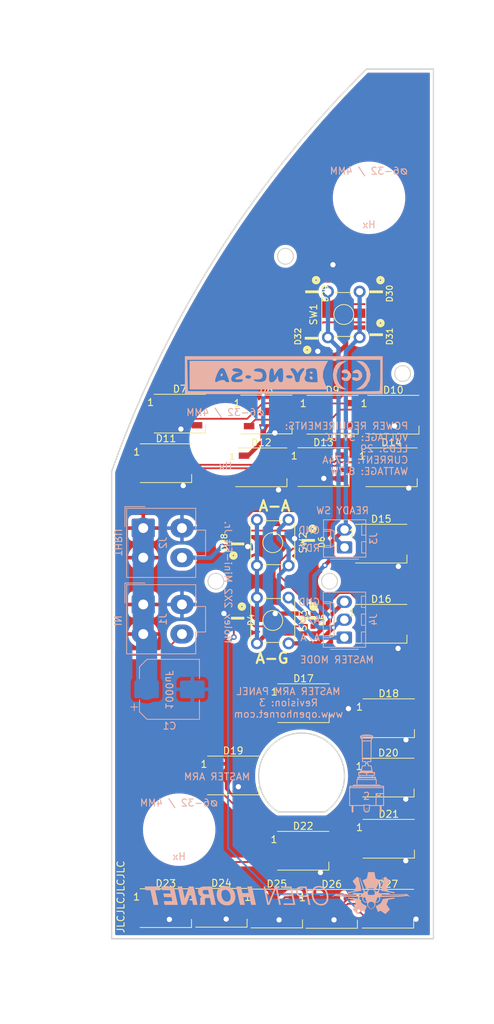
<source format=kicad_pcb>
(kicad_pcb (version 20211014) (generator pcbnew)
  (title_block (title "MASTER ARM PANEL") (date "2023-02-10") (rev "3"))
  (layers (0 "F.Cu" mixed) (31 "B.Cu" power) (34 "B.Paste" user) (35 "F.Paste" user) (36 "B.SilkS" user "B.Silkscreen") (37 "F.SilkS" user "F.Silkscreen") (38 "B.Mask" user) (39 "F.Mask" user) (44 "Edge.Cuts" user))
  (net 0 "")
  (net 1 "Net-(D7-Pad2)")
  (net 2 "Net-(D8-Pad2)")
  (net 3 "Net-(D10-Pad4)")
  (net 4 "Net-(D10-Pad2)")
  (net 5 "Net-(D11-Pad2)")
  (net 6 "Net-(D12-Pad2)")
  (net 7 "Net-(D13-Pad2)")
  (net 8 "Net-(D14-Pad2)")
  (net 9 "Net-(D15-Pad2)")
  (net 10 "Net-(D16-Pad2)")
  (net 11 "Net-(D17-Pad2)")
  (net 12 "Net-(D18-Pad2)")
  (net 13 "Net-(D19-Pad2)")
  (net 14 "Net-(D20-Pad2)")
  (net 15 "Net-(D21-Pad2)")
  (net 16 "Net-(D22-Pad2)")
  (net 17 "Net-(D23-Pad2)")
  (net 18 "Net-(D24-Pad2)")
  (net 19 "Net-(D25-Pad2)")
  (net 20 "Net-(D26-Pad2)")
  (net 21 "/DATAOUT")
  (net 22 "/DATAIN")
  (net 23 "/LEDGND")
  (net 24 "/LED+5V")
  (net 25 "Net-(D27-Pad2)")
  (net 26 "GND")
  (net 27 "/READY_SW")
  (net 28 "/AA_SW")
  (net 29 "/AG_SW")
  (net 30 "Net-(D4-Pad1)")
  (net 31 "Net-(D5-Pad1)")
  (net 32 "Net-(D28-Pad3)")
  (net 33 "Net-(D32-Pad1)")
  (net 34 "Net-(D29-Pad1)")
  (net 35 "Net-(D30-Pad1)")
  (net 36 "Net-(D31-Pad1)")
  (footprint "OH_Footprints:LED_WS2812B_PLCC4_5.0x5.0mm_P3.2mm" (layer "F.Cu") (at 207.992 77.9947)
    (fp_text reference "D7")
    (fp_text value "WS2812B")
  )
  (footprint "OH_Footprints:LED_WS2812B_PLCC4_5.0x5.0mm_P3.2mm" (layer "F.Cu") (at 220.286 78.1215)
    (fp_text reference "D8")
    (fp_text value "WS2812B")
  )
  (footprint "OH_Footprints:LED_WS2812B_PLCC4_5.0x5.0mm_P3.2mm" (layer "F.Cu") (at 229.684 78.1471)
    (fp_text reference "D9")
    (fp_text value "WS2812B")
  )
  (footprint "OH_Footprints:LED_WS2812B_PLCC4_5.0x5.0mm_P3.2mm" (layer "F.Cu") (at 238.32 78.1471)
    (fp_text reference "D10")
    (fp_text value "WS2812B")
  )
  (footprint "OH_Footprints:LED_WS2812B_PLCC4_5.0x5.0mm_P3.2mm" (layer "F.Cu") (at 206.023 85.0303)
    (fp_text reference "D11")
    (fp_text value "WS2812B")
  )
  (footprint "OH_Footprints:LED_WS2812B_PLCC4_5.0x5.0mm_P3.2mm" (layer "F.Cu") (at 219.563 85.6147)
    (fp_text reference "D12")
    (fp_text value "WS2812B")
  )
  (footprint "OH_Footprints:LED_WS2812B_PLCC4_5.0x5.0mm_P3.2mm" (layer "F.Cu") (at 228.402 85.5891)
    (fp_text reference "D13")
    (fp_text value "WS2812B")
  )
  (footprint "OH_Footprints:LED_WS2812B_PLCC4_5.0x5.0mm_P3.2mm" (layer "F.Cu") (at 238.066 85.6147)
    (fp_text reference "D14")
    (fp_text value "WS2812B")
  )
  (footprint "OH_Footprints:LED_WS2812B_PLCC4_5.0x5.0mm_P3.2mm" (layer "F.Cu") (at 236.604 96.4603)
    (fp_text reference "D15")
    (fp_text value "WS2812B")
  )
  (footprint "OH_Footprints:LED_WS2812B_PLCC4_5.0x5.0mm_P3.2mm" (layer "F.Cu") (at 236.604 107.839)
    (fp_text reference "D16")
    (fp_text value "WS2812B")
  )
  (footprint "OH_Footprints:LED_WS2812B_PLCC4_5.0x5.0mm_P3.2mm" (layer "F.Cu") (at 225.558 119.117)
    (fp_text reference "D17")
    (fp_text value "WS2812B")
  )
  (footprint "OH_Footprints:LED_WS2812B_PLCC4_5.0x5.0mm_P3.2mm" (layer "F.Cu") (at 237.671 121.251)
    (fp_text reference "D18")
    (fp_text value "WS2812B")
  )
  (footprint "OH_Footprints:LED_WS2812B_PLCC4_5.0x5.0mm_P3.2mm" (layer "F.Cu") (at 215.573 129.379)
    (fp_text reference "D19")
    (fp_text value "WS2812B")
  )
  (footprint "OH_Footprints:LED_WS2812B_PLCC4_5.0x5.0mm_P3.2mm" (layer "F.Cu") (at 237.62 129.683)
    (fp_text reference "D20")
    (fp_text value "WS2812B")
  )
  (footprint "OH_Footprints:LED_WS2812B_PLCC4_5.0x5.0mm_P3.2mm" (layer "F.Cu") (at 237.671 138.37)
    (fp_text reference "D21")
    (fp_text value "WS2812B")
  )
  (footprint "OH_Footprints:LED_WS2812B_PLCC4_5.0x5.0mm_P3.2mm" (layer "F.Cu") (at 225.518 140.072)
    (fp_text reference "D22")
    (fp_text value "WS2812B")
  )
  (footprint "OH_Footprints:LED_WS2812B_PLCC4_5.0x5.0mm_P3.2mm" (layer "F.Cu") (at 206 148.225)
    (fp_text reference "D23")
    (fp_text value "WS2812B")
  )
  (footprint "OH_Footprints:LED_WS2812B_PLCC4_5.0x5.0mm_P3.2mm" (layer "F.Cu") (at 213.897 148.175)
    (fp_text reference "D24")
    (fp_text value "WS2812B")
  )
  (footprint "OH_Footprints:LED_WS2812B_PLCC4_5.0x5.0mm_P3.2mm" (layer "F.Cu") (at 221.771 148.276)
    (fp_text reference "D25")
    (fp_text value "WS2812B")
  )
  (footprint "OH_Footprints:LED_WS2812B_PLCC4_5.0x5.0mm_P3.2mm" (layer "F.Cu") (at 229.571 148.327)
    (fp_text reference "D26")
    (fp_text value "WS2812B")
  )
  (footprint "OH_Footprints:LED_WS2812B_PLCC4_5.0x5.0mm_P3.2mm" (layer "F.Cu") (at 237.558 148.302)
    (fp_text reference "D27")
    (fp_text value "WS2812B")
  )
  (footprint "OH_Footprints:WS2812-2020" (layer "F.Cu") (at 216.20938 107.29358 90)
    (fp_text reference "D4")
    (fp_text value "WS2812B-2020" hide)
  )
  (footprint "OH_Footprints:WS2812-2020" (layer "F.Cu") (at 226.24238 96.24458 90)
    (fp_text reference "D6")
    (fp_text value "WS2812B-2020" hide)
  )
  (footprint "OH_Footprints:WS2812-2020" (layer "F.Cu") (at 216.20938 96.24458 -90)
    (fp_text reference "D28")
    (fp_text value "WS2812B-2020" hide)
  )
  (footprint "OH_Footprints:WS2812-2020" (layer "F.Cu") (at 226.75038 60.93858 90)
    (fp_text reference "D29")
    (fp_text value "WS2812B-2020" hide)
  )
  (footprint "OH_Footprints:WS2812-2020" (layer "F.Cu") (at 235.89438 60.93858 90)
    (fp_text reference "D30")
    (fp_text value "WS2812B-2020" hide)
  )
  (footprint "OH_Footprints:WS2812-2020" (layer "F.Cu") (at 235.89438 67.03458 90)
    (fp_text reference "D31")
    (fp_text value "WS2812B-2020" hide)
  )
  (footprint "OH_Footprints:WS2812-2020" (layer "F.Cu") (at 226.68688 67.03458 -90)
    (fp_text reference "D32")
    (fp_text value "WS2812B-2020" hide)
  )
  (footprint "OH_Footprints:WS2812-2020" (layer "F.Cu") (at 226.36938 107.29358 90)
    (fp_text reference "D5")
    (fp_text value "WS2812B-2020" hide)
  )
  (footprint "OH_Footprints:S2AL_Toggle_Silkscreen" (layer "F.Cu") (at 234.39488 129.23958)
    (fp_text reference "LOGO3" hide)
    (fp_text value "OH_S2AL_Silkscreen" hide)
  )
  (footprint "OH_Footprints:OH_Panel_6-32_PHS" (layer "F.Cu") (at 234.87488 47.33958)
    (fp_text reference "H1" hide)
    (fp_text value "OHPanelScrew" hide)
  )
  (footprint "OH_Footprints:OH_Panel_6-32_PHS" (layer "F.Cu") (at 214.49488 81.62958)
    (fp_text reference "H2" hide)
    (fp_text value "OHPanelScrew" hide)
  )
  (footprint "OH_Footprints:OH_Panel_6-32_PHS" (layer "F.Cu") (at 207.90488 137.07958)
    (fp_text reference "H3" hide)
    (fp_text value "OHPanelScrew" hide)
  )
  (footprint "Button_Switch_THT:SW_TH_Tactile_Omron_B3F-10xx" (layer "F.Cu") (at 229.03638 67.16158 90)
    (fp_text reference "SW1")
    (fp_text value "READY")
  )
  (footprint "Button_Switch_THT:SW_TH_Tactile_Omron_B3F-10xx" (layer "F.Cu") (at 223.44838 93.06958 -90)
    (fp_text reference "SW2")
    (fp_text value "A/A")
  )
  (footprint "Button_Switch_THT:SW_TH_Tactile_Omron_B3F-10xx" (layer "F.Cu") (at 223.44838 104.11858 -90)
    (fp_text reference "SW3")
    (fp_text value "A/G")
  )
  (footprint "OH_Footprints:CP_Elec_8x10" (layer "B.Cu") (at 206.52048 117.147)
    (fp_text reference "C1")
    (fp_text value "C_Polarized")
  )
  (footprint "OH_Footprints:Molex_Mini-Fit_Jr_5566-04A_2x02_P4.20mm_Vertical" (layer "B.Cu") (at 202.796 105.097 -90)
    (fp_text reference "J1")
    (fp_text value "BL IN")
  )
  (footprint "OH_Footprints:Molex_Mini-Fit_Jr_5566-04A_2x02_P4.20mm_Vertical" (layer "B.Cu") (at 202.796 94.2475 -90)
    (fp_text reference "J2")
    (fp_text value "BL OUT")
  )
  (footprint "OH_Footprints:Molex_KK-254_AE-6410-02A_1x02_P2.54mm_Vertical" (layer "B.Cu") (at 231.39488 96.98958 90)
    (fp_text reference "J3")
    (fp_text value "READY")
  )
  (footprint "OH_Footprints:Molex_KK-254_AE-6410-03A_1x03_P2.54mm_Vertical" (layer "B.Cu") (at 231.36048 109.79548 90)
    (fp_text reference "J4")
    (fp_text value "MASTER MODE")
  )
  (footprint "OH_Footprints:OH_LOGO_37.7mm_5.9mm" (layer "B.Cu") (at 221.85488 146.07958 180)
    (fp_text reference "LOGO2" hide)
    (fp_text value "OpenHornetLogoSmall" hide)
  )
  (footprint "OH_Footprints:CC-BY-NC-SA-Small" (layer "B.Cu") (at 222.84488 72.52958 180)
    (fp_text reference "LOGO1" hide)
    (fp_text value "CC-BY-NC-SA_Icon" hide)
  )
  (gr_circle (center 229.25648 101.79748) (end 230.38148 101.79748) (layer "Edge.Cuts") (width 0.15) (fill none))
  (gr_line (start 198.30238 86.21158) (end 198.30238 152.56908) (layer "Edge.Cuts") (width 0.2))
  (gr_arc (start 221.958798 134.56048) (mid 225.28988 123.35908) (end 228.620962 134.56048) (layer "Edge.Cuts") (width 0.2))
  (gr_line (start 244.02238 29.06158) (end 234.49738 29.06158) (layer "Edge.Cuts") (width 0.2))
  (gr_arc (start 198.302381 86.21158) (mid 213.188857 55.602932) (end 234.49738 29.061581) (layer "Edge.Cuts") (width 0.2))
  (gr_line (start 244.02238 152.56908) (end 244.02238 29.06158) (layer "Edge.Cuts") (width 0.2))
  (gr_line (start 221.958799 134.56048) (end 228.620962 134.56048) (layer "Edge.Cuts") (width 0.2))
  (gr_line (start 198.30238 152.56908) (end 244.02238 152.56908) (layer "Edge.Cuts") (width 0.2))
  (gr_circle (center 239.64648 72.29748) (end 240.77148 72.29748) (layer "Edge.Cuts") (width 0.15) (fill none))
  (gr_circle (center 213.11648 101.79748) (end 214.24148 101.79748) (layer "Edge.Cuts") (width 0.15) (fill none))
  (gr_circle (center 222.99648 55.64748) (end 224.12148 55.64748) (layer "Edge.Cuts") (width 0.15) (fill none))
  (gr_text "GND" (at 226.36938 104.75358) (layer "B.SilkS") (effects (font (size 1 1)) (justify mirror)))
  (gr_text "GND" (at 226.36938 94.55548) (layer "B.SilkS") (effects (font (size 1 1)) (justify mirror)))
  (gr_text "RDY" (at 226.464618 97.09548) (layer "B.SilkS") (effects (font (size 1 1)) (justify mirror)))
  (gr_text "POWER REQUIREMENTS:\nVOLTAGE: 5V DC\nLEDS: 29\nCURRENT: 1.74A\nWATTAGE: 8.7W" (at 240.53488 82.96958) (layer "B.SilkS") (effects (font (size 1 1)) (justify left mirror)))
  (gr_text "A/G" (at 226.440809 107.27453) (layer "B.SilkS") (effects (font (size 1 1)) (justify mirror)))
  (gr_text "READY SW" (at 231.10648 91.76148) (layer "B.SilkS") (effects (font (size 1 1)) (justify mirror)))
  (gr_text "MASTER ARM" (at 213.27568 129.55668) (layer "B.SilkS") (effects (font (size 1 1)) (justify mirror)))
  (gr_text "Molex 2X2 Mini-Fit Jr." (at 214.85048 101.94748 270) (layer "B.SilkS") (effects (font (size 1 1)) (justify mirror)))
  (gr_text "MASTER MODE" (at 230.30488 112.93958) (layer "B.SilkS") (effects (font (size 1 1)) (justify mirror)))
  (gr_text "IN" (at 199.14648 107.39748 270) (layer "B.SilkS") (effects (font (size 1 1)) (justify mirror)))
  (gr_text "1000uF" (at 206.46848 117.19748 270) (layer "B.SilkS") (effects (font (size 1 1)) (justify mirror)))
  (gr_text "A/A" (at 226.512237 109.79548) (layer "B.SilkS") (effects (font (size 1 1)) (justify mirror)))
  (gr_text "MASTER ARM PANEL\nRevision: 3\nwww.openhornet.com" (at 223.42298 119.05378) (layer "B.SilkS") (effects (font (size 1 1)) (justify mirror)))
  (gr_text "THRU" (at 199.20408 96.25728 270) (layer "B.SilkS") (effects (font (size 1 1)) (justify mirror)))
  (gr_text "A-G" (at 221.09488 112.71958) (layer "F.SilkS") (effects (font (size 1.5 1.5) (thickness 0.3))))
  (gr_text "A-A" (at 221.44768 91.10148) (layer "F.SilkS") (effects (font (size 1.5 1.5) (thickness 0.3))))
  (gr_text "JLCJLCJLCJLC" (at 199.61048 146.62548 90) (layer "F.SilkS") (effects (font (size 1 1))))
  (segment (start 207.074758 79.5947) (end 207.949759 78.719699) (width 0.25) (layer "F.Cu") (net 1))
  (segment (start 205.542 79.5947) (end 207.074758 79.5947) (width 0.25) (layer "F.Cu") (net 1))
  (segment (start 207.949759 78.719699) (end 217.562803 78.719699) (width 0.25) (layer "F.Cu") (net 1))
  (segment (start 219.761002 76.5215) (end 222.736 76.5215) (width 0.25) (layer "F.Cu") (net 1))
  (segment (start 217.562803 78.719699) (end 219.761002 76.5215) (width 0.25) (layer "F.Cu") (net 1))
  (segment (start 218.711001 78.846499) (end 217.836 79.7215) (width 0.25) (layer "F.Cu") (net 2))
  (segment (start 226.859603 78.846499) (end 218.711001 78.846499) (width 0.25) (layer "F.Cu") (net 2))
  (segment (start 232.134 76.5471) (end 229.159002 76.5471) (width 0.25) (layer "F.Cu") (net 2))
  (segment (start 229.159002 76.5471) (end 226.859603 78.846499) (width 0.25) (layer "F.Cu") (net 2))
  (segment (start 228.535796 79.7471) (end 227.234 79.7471) (width 0.25) (layer "F.Cu") (net 3))
  (segment (start 230.860795 77.422101) (end 228.535796 79.7471) (width 0.25) (layer "F.Cu") (net 3))
  (segment (start 240.77 76.5471) (end 239.894999 77.422101) (width 0.25) (layer "F.Cu") (net 3))
  (segment (start 239.894999 77.422101) (end 230.860795 77.422101) (width 0.25) (layer "F.Cu") (net 3))
  (segment (start 208.473 84.283409) (end 209.44488 85.255289) (width 0.25) (layer "F.Cu") (net 4))
  (segment (start 221.563118 82.53958) (end 221.563118 82.521342) (width 0.25) (layer "F.Cu") (net 4))
  (segment (start 221.563118 82.521342) (end 223.24488 80.83958) (width 0.25) (layer "F.Cu") (net 4))
  (segment (start 218.847409 85.255289) (end 221.563118 82.53958) (width 0.25) (layer "F.Cu") (net 4))
  (segment (start 234.77752 80.83958) (end 235.87 79.7471) (width 0.25) (layer "F.Cu") (net 4))
  (segment (start 223.24488 80.83958) (end 234.77752 80.83958) (width 0.25) (layer "F.Cu") (net 4))
  (segment (start 209.44488 85.255289) (end 218.847409 85.255289) (width 0.25) (layer "F.Cu") (net 4))
  (segment (start 208.473 83.4303) (end 208.473 84.283409) (width 0.25) (layer "F.Cu") (net 4))
  (segment (start 219.493708 85.755299) (end 221.234307 84.0147) (width 0.25) (layer "F.Cu") (net 5))
  (segment (start 206.60416 86.6303) (end 207.479161 85.755299) (width 0.25) (layer "F.Cu") (net 5))
  (segment (start 221.234307 84.0147) (end 222.013 84.0147) (width 0.25) (layer "F.Cu") (net 5))
  (segment (start 203.573 86.6303) (end 206.60416 86.6303) (width 0.25) (layer "F.Cu") (net 5))
  (segment (start 207.479161 85.755299) (end 219.493708 85.755299) (width 0.25) (layer "F.Cu") (net 5))
  (segment (start 223.063001 84.889701) (end 222.504001 85.448701) (width 0.25) (layer "F.Cu") (net 6))
  (segment (start 217.113 87.2147) (end 219.21976 87.2147) (width 0.25) (layer "F.Cu") (net 6))
  (segment (start 229.951399 84.889701) (end 223.063001 84.889701) (width 0.25) (layer "F.Cu") (net 6))
  (segment (start 219.21976 87.2147) (end 220.985759 85.448701) (width 0.25) (layer "F.Cu") (net 6))
  (segment (start 220.985759 85.448701) (end 222.504001 85.448701) (width 0.25) (layer "F.Cu") (net 6))
  (segment (start 230.852 83.9891) (end 229.951399 84.889701) (width 0.25) (layer "F.Cu") (net 6))
  (segment (start 230.158509 85.389711) (end 230.658519 84.889701) (width 0.25) (layer "F.Cu") (net 7))
  (segment (start 225.952 86.28246) (end 226.844749 85.389711) (width 0.25) (layer "F.Cu") (net 7))
  (segment (start 239.640999 84.889701) (end 240.516 84.0147) (width 0.25) (layer "F.Cu") (net 7))
  (segment (start 230.658519 84.889701) (end 239.640999 84.889701) (width 0.25) (layer "F.Cu") (net 7))
  (segment (start 225.952 87.1891) (end 225.952 86.28246) (width 0.25) (layer "F.Cu") (net 7))
  (segment (start 226.844749 85.389711) (end 230.158509 85.389711) (width 0.25) (layer "F.Cu") (net 7))
  (segment (start 235.616 91.4223) (end 239.054 94.8603) (width 0.25) (layer "F.Cu") (net 8))
  (segment (start 235.616 87.2147) (end 235.616 91.4223) (width 0.25) (layer "F.Cu") (net 8))
  (segment (start 234.154 101.339) (end 239.054 106.239) (width 0.25) (layer "F.Cu") (net 9))
  (segment (start 234.154 98.0603) (end 234.154 101.339) (width 0.25) (layer "F.Cu") (net 9))
  (segment (start 234.154 109.439) (end 234.154 111.371) (width 0.25) (layer "F.Cu") (net 10))
  (segment (start 234.154 111.371) (end 228.008 117.517) (width 0.25) (layer "F.Cu") (net 10))
  (segment (start 238.17999 121.59201) (end 240.121 119.651) (width 0.25) (layer "F.Cu") (net 11))
  (segment (start 223.108 120.717) (end 223.4223 120.717) (width 0.25) (layer "F.Cu") (net 11))
  (segment (start 223.4223 120.717) (end 224.29731 121.59201) (width 0.25) (layer "F.Cu") (net 11))
  (segment (start 224.29731 121.59201) (end 238.17999 121.59201) (width 0.25) (layer "F.Cu") (net 11))
  (segment (start 218.023 127.779) (end 218.023 124.41146) (width 0.25) (layer "F.Cu") (net 12))
  (segment (start 218.023 124.41146) (end 220.24488 122.18958) (width 0.25) (layer "F.Cu") (net 12))
  (segment (start 234.55958 122.18958) (end 235.221 122.851) (width 0.25) (layer "F.Cu") (net 12))
  (segment (start 220.24488 122.18958) (end 234.55958 122.18958) (width 0.25) (layer "F.Cu") (net 12))
  (segment (start 218.08358 135.93958) (end 213.123 130.979) (width 0.25) (layer "F.Cu") (net 13))
  (segment (start 235.569997 128.958001) (end 239.194999 128.958001) (width 0.25) (layer "F.Cu") (net 13))
  (segment (start 239.194999 128.958001) (end 240.07 128.083) (width 0.25) (layer "F.Cu") (net 13))
  (segment (start 235.569997 128.958001) (end 232.99488 131.533118) (width 0.25) (layer "F.Cu") (net 13))
  (segment (start 232.99488 131.533118) (end 232.99488 132.68958) (width 0.25) (layer "F.Cu") (net 13))
  (segment (start 229.74488 135.93958) (end 218.08358 135.93958) (width 0.25) (layer "F.Cu") (net 13))
  (segment (start 232.99488 132.68958) (end 229.74488 135.93958) (width 0.25) (layer "F.Cu") (net 13))
  (segment (start 235.17 131.283) (end 235.17 131.819) (width 0.25) (layer "F.Cu") (net 14))
  (segment (start 235.17 131.819) (end 240.121 136.77) (width 0.25) (layer "F.Cu") (net 14))
  (segment (start 235.221 139.97) (end 229.466 139.97) (width 0.25) (layer "F.Cu") (net 15))
  (segment (start 229.466 139.97) (end 227.968 138.472) (width 0.25) (layer "F.Cu") (net 15))
  (segment (start 213.403 141.672) (end 223.068 141.672) (width 0.25) (layer "F.Cu") (net 16))
  (segment (start 208.45 146.625) (end 213.403 141.672) (width 0.25) (layer "F.Cu") (net 16))
  (segment (start 205.565397 147.809603) (end 215.112397 147.809603) (width 0.25) (layer "F.Cu") (net 17))
  (segment (start 203.55 149.825) (end 205.565397 147.809603) (width 0.25) (layer "F.Cu") (net 17))
  (segment (start 215.112397 147.809603) (end 216.347 146.575) (width 0.25) (layer "F.Cu") (net 17))
  (segment (start 215.319507 148.309613) (end 215.88954 147.73958) (width 0.25) (layer "F.Cu") (net 18))
  (segment (start 222.919204 146.676) (end 224.221 146.676) (width 0.25) (layer "F.Cu") (net 18))
  (segment (start 221.855624 147.73958) (end 222.919204 146.676) (width 0.25) (layer "F.Cu") (net 18))
  (segment (start 211.447 149.025) (end 212.162387 148.309613) (width 0.25) (layer "F.Cu") (net 18))
  (segment (start 211.447 149.775) (end 211.447 149.025) (width 0.25) (layer "F.Cu") (net 18))
  (segment (start 215.88954 147.73958) (end 221.855624 147.73958) (width 0.25) (layer "F.Cu") (net 18))
  (segment (start 212.162387 148.309613) (end 215.319507 148.309613) (width 0.25) (layer "F.Cu") (net 18))
  (segment (start 222.700323 147.602001) (end 231.145999 147.602001) (width 0.25) (layer "F.Cu") (net 19))
  (segment (start 231.145999 147.602001) (end 232.021 146.727) (width 0.25) (layer "F.Cu") (net 19))
  (segment (start 220.510948 148.273512) (end 222.028812 148.273512) (width 0.25) (layer "F.Cu") (net 19))
  (segment (start 222.028812 148.273512) (end 222.700323 147.602001) (width 0.25) (layer "F.Cu") (net 19))
  (segment (start 219.321 149.46346) (end 220.510948 148.273512) (width 0.25) (layer "F.Cu") (net 19))
  (segment (start 219.321 149.876) (end 219.321 149.46346) (width 0.25) (layer "F.Cu") (net 19))
  (segment (start 227.121 149.91346) (end 228.932449 148.102011) (width 0.25) (layer "F.Cu") (net 20))
  (segment (start 227.121 149.927) (end 227.121 149.91346) (width 0.25) (layer "F.Cu") (net 20))
  (segment (start 228.932449 148.102011) (end 231.353109 148.102011) (width 0.25) (layer "F.Cu") (net 20))
  (segment (start 239.107999 147.602001) (end 240.008 146.702) (width 0.25) (layer "F.Cu") (net 20))
  (segment (start 231.853119 147.602001) (end 239.107999 147.602001) (width 0.25) (layer "F.Cu") (net 20))
  (segment (start 231.353109 148.102011) (end 231.853119 147.602001) (width 0.25) (layer "F.Cu") (net 20))
  (segment (start 213.99958 96.82878) (end 215.32858 96.82878) (width 0.6096) (layer "F.Cu") (net 21))
  (segment (start 215.32858 96.82878) (end 215.65938 97.15958) (width 0.6096) (layer "F.Cu") (net 21))
  (via (at 213.99958 96.82878) (size 0.8) (drill 0.4) (layers "F.Cu" "B.Cu") (net 21))
  (segment (start 212.38086 98.4475) (end 213.99958 96.82878) (width 0.6096) (layer "B.Cu") (net 21))
  (segment (start 208.296 98.4475) (end 212.38086 98.4475) (width 0.6096) (layer "B.Cu") (net 21))
  (segment (start 201.408588 79.875872) (end 202.816889 78.467571) (width 0.25) (layer "F.Cu") (net 22))
  (segment (start 199.64488 111.38958) (end 199.64488 85.38958) (width 0.25) (layer "F.Cu") (net 22))
  (segment (start 205.35342 112.23958) (end 200.49488 112.23958) (width 0.25) (layer "F.Cu") (net 22))
  (segment (start 202.816889 78.011589) (end 203.377588 77.45089) (width 0.25) (layer "F.Cu") (net 22))
  (segment (start 217.834478 61.85358) (end 226.20038 61.85358) (width 0.25) (layer "F.Cu") (net 22))
  (segment (start 201.408588 83.625872) (end 201.408588 79.875872) (width 0.25) (layer "F.Cu") (net 22))
  (segment (start 202.816889 78.467571) (end 202.816889 78.011589) (width 0.25) (layer "F.Cu") (net 22))
  (segment (start 200.49488 112.23958) (end 199.64488 111.38958) (width 0.25) (layer "F.Cu") (net 22))
  (segment (start 203.377588 77.45089) (end 203.377588 76.31047) (width 0.25) (layer "F.Cu") (net 22))
  (segment (start 199.64488 85.38958) (end 201.408588 83.625872) (width 0.25) (layer "F.Cu") (net 22))
  (segment (start 208.296 109.297) (end 205.35342 112.23958) (width 0.25) (layer "F.Cu") (net 22))
  (segment (start 203.377588 76.31047) (end 217.834478 61.85358) (width 0.25) (layer "F.Cu") (net 22))
  (segment (start 227.59488 69.13958) (end 228.09488 69.63958) (width 0.6096) (layer "F.Cu") (net 23))
  (segment (start 214.5803 149.775) (end 214.5803 149.775) (width 0.6096) (layer "F.Cu") (net 23))
  (segment (start 222.09488 149.88958) (end 222.10846 149.876) (width 0.6096) (layer "F.Cu") (net 23))
  (segment (start 229.89488 149.88958) (end 229.9323 149.927) (width 0.6096) (layer "F.Cu") (net 23))
  (segment (start 241.54488 149.78958) (end 241.43246 149.902) (width 0.6096) (layer "F.Cu") (net 23))
  (segment (start 240.09488 141.48958) (end 240.121 141.46346) (width 0.6096) (layer "F.Cu") (net 23))
  (segment (start 227.968 143.1627) (end 227.968 143.1627) (width 0.6096) (layer "F.Cu") (net 23))
  (segment (start 240.09488 132.73958) (end 240.07 132.7147) (width 0.6096) (layer "F.Cu") (net 23))
  (segment (start 238.99488 111.33958) (end 239.054 111.28046) (width 0.6096) (layer "F.Cu") (net 23))
  (segment (start 240.121 124.3157) (end 240.121 124.3157) (width 1) (layer "F.Cu") (net 23))
  (segment (start 216.30546 130.979) (end 216.30546 130.979) (width 0.6096) (layer "F.Cu") (net 23))
  (segment (start 231.94488 119.88958) (end 231.94488 119.88958) (width 0.6096) (layer "F.Cu") (net 23))
  (segment (start 214.25588 106.37858) (end 214.25588 106.37858) (width 0.6096) (layer "F.Cu") (net 23))
  (segment (start 218.12488 97.15958) (end 218.12488 97.15958) (width 0.6096) (layer "F.Cu") (net 23))
  (segment (start 228.44488 87.18958) (end 228.44536 87.1891) (width 0.6096) (layer "F.Cu") (net 23))
  (segment (start 221.54488 106.38958) (end 221.55588 106.37858) (width 0.6096) (layer "F.Cu") (net 23))
  (segment (start 224.29488 95.73958) (end 224.29488 95.68958) (width 0.6096) (layer "F.Cu") (net 23))
  (segment (start 239.04488 99.68958) (end 239.054 99.68046) (width 0.6096) (layer "F.Cu") (net 23))
  (segment (start 230.852 87.1891) (end 228.44488 87.18958) (width 0.6096) (layer "F.Cu") (net 23))
  (segment (start 227.23688 67.94958) (end 227.23688 68.78158) (width 0.6096) (layer "F.Cu") (net 23))
  (segment (start 232.134 79.7471) (end 233.188801 78.692299) (width 0.6096) (layer "F.Cu") (net 23))
  (segment (start 224.221 149.876) (end 222.09488 149.88958) (width 0.6096) (layer "F.Cu") (net 23))
  (segment (start 208.73976 79.5947) (end 208.14488 80.18958) (width 0.6096) (layer "F.Cu") (net 23))
  (segment (start 210.442 79.5947) (end 208.73976 79.5947) (width 0.6096) (layer "F.Cu") (net 23))
  (segment (start 233.188801 78.692299) (end 237.432559 78.692299) (width 0.6096) (layer "F.Cu") (net 23))
  (segment (start 240.77 79.7471) (end 238.48736 79.7471) (width 0.6096) (layer "F.Cu") (net 23))
  (segment (start 227.22815 58.397168) (end 229.771568 58.397168) (width 0.6096) (layer "F.Cu") (net 23))
  (segment (start 208.473 94.0705) (end 208.296 94.2475) (width 0.6096) (layer "F.Cu") (net 23))
  (segment (start 232.021 149.927) (end 229.89488 149.88958) (width 0.6096) (layer "F.Cu") (net 23))
  (segment (start 233.717968 58.397168) (end 235.34438 60.02358) (width 0.6096) (layer "F.Cu") (net 23))
  (segment (start 227.968 141.672) (end 227.968 143.1627) (width 0.6096) (layer "F.Cu") (net 23))
  (segment (start 240.07 131.283) (end 240.09488 132.73958) (width 0.6096) (layer "F.Cu") (net 23))
  (segment (start 216.75938 97.15958) (end 217.360755 97.15958) (width 0.6096) (layer "F.Cu") (net 23))
  (segment (start 232.520287 65.756779) (end 234.981579 65.756779) (width 0.6096) (layer "F.Cu") (net 23))
  (segment (start 239.054 98.0603) (end 239.04488 99.68958) (width 0.6096) (layer "F.Cu") (net 23))
  (segment (start 234.981579 65.756779) (end 235.34438 66.11958) (width 0.6096) (layer "F.Cu") (net 23))
  (segment (start 239.054 109.439) (end 238.99488 111.33958) (width 0.6096) (layer "F.Cu") (net 23))
  (segment (start 218.023 130.979) (end 216.30546 130.979) (width 0.6096) (layer "F.Cu") (net 23))
  (segment (start 227.23688 68.78158) (end 227.59488 69.13958) (width 0.6096) (layer "F.Cu") (net 23))
  (segment (start 229.74758 58.37318) (end 229.771568 58.397168) (width 0.6096) (layer "F.Cu") (net 23))
  (segment (start 240.121 122.851) (end 240.121 124.3157) (width 1) (layer "F.Cu") (net 23))
  (segment (start 222.51296 79.7215) (end 221.49488 80.73958) (width 0.6096) (layer "F.Cu") (net 23))
  (segment (start 222.736 79.7215) (end 222.51296 79.7215) (width 0.6096) (layer "F.Cu") (net 23))
  (segment (start 240.121 139.97) (end 240.09488 141.48958) (width 0.6096) (layer "F.Cu") (net 23))
  (segment (start 230.19488 69.63958) (end 231.616183 68.218277) (width 0.6096) (layer "F.Cu") (net 23))
  (segment (start 216.347 149.775) (end 214.5803 149.775) (width 0.6096) (layer "F.Cu") (net 23))
  (segment (start 208.45 149.825) (end 206.50946 149.825) (width 0.6096) (layer "F.Cu") (net 23))
  (segment (start 225.69238 95.32958) (end 224.65488 95.32958) (width 0.6096) (layer "F.Cu") (net 23))
  (segment (start 228.09488 69.63958) (end 230.19488 69.63958) (width 0.6096) (layer "F.Cu") (net 23))
  (segment (start 226.20038 59.424938) (end 227.22815 58.397168) (width 0.6096) (layer "F.Cu") (net 23))
  (segment (start 232.520287 65.756779) (end 231.616183 66.660883) (width 0.6096) (layer "F.Cu") (net 23))
  (segment (start 217.360755 97.15958) (end 217.64357 96.876765) (width 0.6096) (layer "F.Cu") (net 23))
  (segment (start 231.11746 120.717) (end 231.94488 119.88958) (width 0.6096) (layer "F.Cu") (net 23))
  (segment (start 229.74758 56.84918) (end 229.74758 58.37318) (width 0.6096) (layer "F.Cu") (net 23))
  (segment (start 237.432559 78.692299) (end 238.48736 79.7471) (width 0.6096) (layer "F.Cu") (net 23))
  (segment (start 240.516 87.2147) (end 240.516 88.56846) (width 0.6096) (layer "F.Cu") (net 23))
  (segment (start 228.008 120.717) (end 231.11746 120.717) (width 0.6096) (layer "F.Cu") (net 23))
  (segment (start 215.65938 106.37858) (end 214.25588 106.37858) (width 0.6096) (layer "F.Cu") (net 23))
  (segment (start 240.008 149.902) (end 241.54488 149.78958) (width 0.6096) (layer "F.Cu") (net 23))
  (segment (start 224.65488 95.32958) (end 224.29488 95.73958) (width 0.6096) (layer "F.Cu") (net 23))
  (segment (start 229.771568 58.397168) (end 233.717968 58.397168) (width 0.6096) (layer "F.Cu") (net 23))
  (segment (start 222.013 87.2147) (end 222.013 88.82146) (width 0.6096) (layer "F.Cu") (net 23))
  (segment (start 225.81938 106.37858) (end 221.54488 106.38958) (width 0.6096) (layer "F.Cu") (net 23))
  (segment (start 208.473 86.6303) (end 208.473 88.21146) (width 0.6096) (layer "F.Cu") (net 23))
  (segment (start 226.20038 60.02358) (end 226.20038 59.424938) (width 0.6096) (layer "F.Cu") (net 23))
  (segment (start 231.616183 68.218277) (end 231.616183 66.660883) (width 0.6096) (layer "F.Cu") (net 23))
  (via (at 228.44488 87.18958) (size 1.5) (drill 0.75) (layers "F.Cu" "B.Cu") (net 23))
  (via (at 241.54488 149.78958) (size 1.5) (drill 0.75) (layers "F.Cu" "B.Cu") (net 23))
  (via (at 208.473 88.21146) (size 1.5) (drill 0.75) (layers "F.Cu" "B.Cu") (net 23))
  (via (at 217.64357 96.876765) (size 1.5) (drill 0.75) (layers "F.Cu" "B.Cu") (net 23))
  (via (at 208.14488 80.18958) (size 1.5) (drill 0.75) (layers "F.Cu" "B.Cu") (net 23))
  (via (at 239.04488 99.68958) (size 1.5) (drill 0.75) (layers "F.Cu" "B.Cu") (net 23))
  (via (at 231.94488 119.88958) (size 1.5) (drill 0.75) (layers "F.Cu" "B.Cu") (net 23))
  (via (at 240.09488 132.73958) (size 1.5) (drill 0.75) (layers "F.Cu" "B.Cu") (net 23))
  (via (at 229.74758 56.84918) (size 1.5) (drill 0.75) (layers "F.Cu" "B.Cu") (net 23))
  (via (at 240.121 124.3157) (size 1.5) (drill 0.75) (layers "F.Cu" "B.Cu") (net 23))
  (via (at 227.968 143.1627) (size 1.5) (drill 0.75) (layers "F.Cu" "B.Cu") (net 23))
  (via (at 221.49488 80.73958) (size 1.5) (drill 0.75) (layers "F.Cu" "B.Cu") (net 23))
  (via (at 222.013 88.82146) (size 1.5) (drill 0.75) (layers "F.Cu" "B.Cu") (net 23))
  (via (at 240.516 88.56846) (size 1.5) (drill 0.75) (layers "F.Cu" "B.Cu") (net 23))
  (via (at 222.09488 149.88958) (size 1.5) (drill 0.75) (layers "F.Cu" "B.Cu") (net 23))
  (via (at 227.59488 69.13958) (size 1.5) (drill 0.75) (layers "F.Cu" "B.Cu") (net 23))
  (via (at 221.54488 106.38958) (size 1.5) (drill 0.75) (layers "F.Cu" "B.Cu") (net 23))
  (via (at 216.30546 130.979) (size 1.5) (drill 0.75) (layers "F.Cu" "B.Cu") (net 23))
  (via (at 238.48736 79.7471) (size 1.5) (drill 0.75) (layers "F.Cu" "B.Cu") (net 23))
  (via (at 240.09488 141.48958) (size 1.5) (drill 0.75) (layers "F.Cu" "B.Cu") (net 23))
  (via (at 238.99488 111.33958) (size 1.5) (drill 0.75) (layers "F.Cu" "B.Cu") (net 23))
  (via (at 229.89488 149.88958) (size 1.5) (drill 0.75) (layers "F.Cu" "B.Cu") (net 23))
  (via (at 224.29488 95.73958) (size 1.5) (drill 0.75) (layers "F.Cu" "B.Cu") (net 23))
  (via (at 214.25588 106.37858) (size 1.5) (drill 0.75) (layers "F.Cu" "B.Cu") (net 23))
  (via (at 214.5803 149.775) (size 1.5) (drill 0.75) (layers "F.Cu" "B.Cu") (net 23))
  (via (at 206.50946 149.825) (size 1.5) (drill 0.75) (layers "F.Cu" "B.Cu") (net 23))
  (segment (start 227.697181 94.420066) (end 224.941894 91.664779) (width 0.6096) (layer "F.Cu") (net 24))
  (segment (start 224.941894 91.664779) (end 218.274075 91.664779) (width 0.6096) (layer "F.Cu") (net 24))
  (segment (start 232.31527 103.29067) (end 230.545305 103.29067) (width 0.6096) (layer "F.Cu") (net 24))
  (segment (start 217.63976 84.0147) (end 219.74488 81.90958) (width 0.6096) (layer "F.Cu") (net 24))
  (segment (start 226.79238 97.15958) (end 227.697181 96.254779) (width 0.6096) (layer "F.Cu") (net 24))
  (segment (start 228.03838 107.08958) (end 226.91938 108.20858) (width 0.6096) (layer "F.Cu") (net 24))
  (segment (start 227.697181 96.254779) (end 227.697181 94.420066) (width 0.6096) (layer "F.Cu") (net 24))
  (segment (start 234.154 105.1294) (end 232.31527 103.29067) (width 0.6096) (layer "F.Cu") (net 24))
  (segment (start 228.03838 105.797595) (end 228.03838 107.08958) (width 0.6096) (layer "F.Cu") (net 24))
  (segment (start 234.154 106.239) (end 234.154 105.1294) (width 0.6096) (layer "F.Cu") (net 24))
  (segment (start 230.545305 103.29067) (end 228.03838 105.797595) (width 0.6096) (layer "F.Cu") (net 24))
  (segment (start 235.616 84.0147) (end 233.075042 84.0147) (width 0.6096) (layer "F.Cu") (net 24))
  (segment (start 218.274075 91.664779) (end 215.65938 94.279474) (width 0.6096) (layer "F.Cu") (net 24))
  (segment (start 219.74488 81.90958) (end 219.74488 79.98958) (width 0.6096) (layer "F.Cu") (net 24))
  (segment (start 215.65938 94.279474) (end 215.65938 95.32958) (width 0.6096) (layer "F.Cu") (net 24))
  (segment (start 217.113 84.0147) (end 217.63976 84.0147) (width 0.6096) (layer "F.Cu") (net 24))
  (via (at 219.74488 79.98958) (size 0.8) (drill 0.4) (layers "F.Cu" "B.Cu") (net 24))
  (via (at 219.84488 75.33958) (size 0.8) (drill 0.4) (layers "F.Cu" "B.Cu") (net 24))
  (segment (start 219.84488 79.88958) (end 219.74488 79.98958) (width 0.6096) (layer "B.Cu") (net 24))
  (segment (start 202.796 105.097) (end 202.796 98.4475) (width 3) (layer "B.Cu") (net 24))
  (segment (start 202.796 98.4475) (end 202.796 94.2475) (width 3) (layer "B.Cu") (net 24))
  (segment (start 219.84488 75.33958) (end 219.84488 79.88958) (width 0.6096) (layer "B.Cu") (net 24))
  (segment (start 203.27048 117.147) (end 203.27048 109.77148) (width 3) (layer "B.Cu") (net 24))
  (segment (start 202.796 109.297) (end 202.796 105.097) (width 3) (layer "B.Cu") (net 24))
  (segment (start 203.27048 109.77148) (end 202.796 109.297) (width 3) (layer "B.Cu") (net 24))
  (segment (start 233.39488 148.58958) (end 233.39488 148.58958) (width 0.25) (layer "F.Cu") (net 25))
  (segment (start 235.108 149.902) (end 234.7073 149.902) (width 0.25) (layer "F.Cu") (net 25))
  (segment (start 215.65938 109.71538) (end 215.67598 109.73198) (width 0.25) (layer "F.Cu") (net 25))
  (segment (start 234.7073 149.902) (end 233.39488 148.58958) (width 0.25) (layer "F.Cu") (net 25))
  (segment (start 215.65938 108.20858) (end 215.65938 109.71538) (width 0.25) (layer "F.Cu") (net 25))
  (via (at 215.67598 109.73198) (size 0.8) (drill 0.4) (layers "F.Cu" "B.Cu") (net 25))
  (via (at 233.39488 148.58958) (size 0.8) (drill 0.4) (layers "F.Cu" "B.Cu") (net 25))
  (segment (start 214.84488 139.68958) (end 214.84488 110.56308) (width 0.25) (layer "B.Cu") (net 25))
  (segment (start 233.39488 148.58958) (end 231.14488 146.33958) (width 0.25) (layer "B.Cu") (net 25))
  (segment (start 231.14488 146.33958) (end 231.14488 146.23958) (width 0.25) (layer "B.Cu") (net 25))
  (segment (start 214.84488 110.56308) (end 215.67598 109.73198) (width 0.25) (layer "B.Cu") (net 25))
  (segment (start 231.14488 146.23958) (end 221.39488 146.23958) (width 0.25) (layer "B.Cu") (net 25))
  (segment (start 221.39488 146.23958) (end 214.84488 139.68958) (width 0.25) (layer "B.Cu") (net 25))
  (segment (start 228.59663 99.53783) (end 228.56488 99.56958) (width 0.6096) (layer "F.Cu") (net 26))
  (segment (start 229.31838 107.444265) (end 229.31838 106.87858) (width 0.6096) (layer "F.Cu") (net 26))
  (segment (start 231.39488 94.44958) (end 231.331704 94.44958) (width 0.6096) (layer "F.Cu") (net 26))
  (segment (start 227.548866 109.213779) (end 229.31838 107.444265) (width 0.6096) (layer "F.Cu") (net 26))
  (segment (start 231.331704 94.44958) (end 229.64488 96.136404) (width 0.6096) (layer "F.Cu") (net 26))
  (segment (start 231.36048 104.71548) (end 229.31838 106.75758) (width 0.6096) (layer "F.Cu") (net 26))
  (segment (start 220.353181 109.213779) (end 227.548866 109.213779) (width 0.6096) (layer "F.Cu") (net 26))
  (segment (start 218.94838 110.61858) (end 220.353181 109.213779) (width 0.6096) (layer "F.Cu") (net 26))
  (segment (start 229.64488 96.136404) (end 229.64488 98.48958) (width 0.6096) (layer "F.Cu") (net 26))
  (segment (start 229.64488 98.48958) (end 228.59663 99.53783) (width 0.6096) (layer "F.Cu") (net 26))
  (segment (start 229.31838 106.75758) (end 229.31838 106.87858) (width 0.6096) (layer "F.Cu") (net 26))
  (via (at 229.31838 106.87858) (size 0.8) (drill 0.4) (layers "F.Cu" "B.Cu") (net 26))
  (via (at 228.59663 99.53783) (size 0.8) (drill 0.4) (layers "F.Cu" "B.Cu") (net 26))
  (segment (start 218.94838 99.56958) (end 218.94838 93.06958) (width 0.6096) (layer "B.Cu") (net 26))
  (segment (start 233.53638 67.16158) (end 231.57638 69.12158) (width 0.6096) (layer "B.Cu") (net 26))
  (segment (start 231.57638 94.26808) (end 231.39488 94.44958) (width 0.6096) (layer "B.Cu") (net 26))
  (segment (start 218.94838 99.56958) (end 218.94838 104.11858) (width 0.6096) (layer "B.Cu") (net 26))
  (segment (start 227.107196 104.667396) (end 229.31838 106.87858) (width 0.6096) (layer "B.Cu") (net 26))
  (segment (start 228.59663 99.53783) (end 227.107196 101.027264) (width 0.6096) (layer "B.Cu") (net 26))
  (segment (start 231.57638 69.12158) (end 231.57638 94.26808) (width 0.6096) (layer "B.Cu") (net 26))
  (segment (start 233.53638 67.16158) (end 233.53638 60.66158) (width 0.6096) (layer "B.Cu") (net 26))
  (segment (start 218.94838 104.11858) (end 218.94838 110.61858) (width 0.6096) (layer "B.Cu") (net 26))
  (segment (start 227.107196 101.027264) (end 227.107196 104.667396) (width 0.6096) (layer "B.Cu") (net 26))
  (segment (start 229.03638 67.16158) (end 229.03638 60.66158) (width 0.6096) (layer "B.Cu") (net 27))
  (segment (start 229.74507 93.859405) (end 229.74507 95.33977) (width 0.6096) (layer "B.Cu") (net 27))
  (segment (start 230.53527 68.66047) (end 230.53527 93.069205) (width 0.6096) (layer "B.Cu") (net 27))
  (segment (start 229.74507 95.33977) (end 231.39488 96.98958) (width 0.6096) (layer "B.Cu") (net 27))
  (segment (start 229.03638 67.16158) (end 230.53527 68.66047) (width 0.6096) (layer "B.Cu") (net 27))
  (segment (start 230.53527 93.069205) (end 229.74507 93.859405) (width 0.6096) (layer "B.Cu") (net 27))
  (segment (start 223.44838 97.16858) (end 222.03838 95.75858) (width 0.6096) (layer "B.Cu") (net 28))
  (segment (start 222.043579 104.792885) (end 227.046174 109.79548) (width 0.6096) (layer "B.Cu") (net 28))
  (segment (start 222.03838 94.47958) (end 223.44838 93.06958) (width 0.6096) (layer "B.Cu") (net 28))
  (segment (start 222.043579 100.974381) (end 222.043579 104.792885) (width 0.6096) (layer "B.Cu") (net 28))
  (segment (start 223.44838 99.56958) (end 223.44838 97.16858) (width 0.6096) (layer "B.Cu") (net 28))
  (segment (start 222.03838 95.75858) (end 222.03838 94.47958) (width 0.6096) (layer "B.Cu") (net 28))
  (segment (start 223.44838 99.56958) (end 222.043579 100.974381) (width 0.6096) (layer "B.Cu") (net 28))
  (segment (start 227.046174 109.79548) (end 231.36048 109.79548) (width 0.6096) (layer "B.Cu") (net 28))
  (segment (start 223.44838 110.61858) (end 227.558329 110.61858) (width 0.6096) (layer "F.Cu") (net 29))
  (segment (start 227.558329 110.61858) (end 229.801096 108.375813) (width 0.6096) (layer "F.Cu") (net 29))
  (via (at 229.801096 108.375813) (size 0.8) (drill 0.4) (layers "F.Cu" "B.Cu") (net 29))
  (segment (start 223.44838 104.11858) (end 227.705613 108.375813) (width 0.6096) (layer "B.Cu") (net 29))
  (segment (start 230.921429 107.25548) (end 229.801096 108.375813) (width 0.6096) (layer "B.Cu") (net 29))
  (segment (start 231.36048 107.25548) (end 230.921429 107.25548) (width 0.6096) (layer "B.Cu") (net 29))
  (segment (start 227.705613 108.375813) (end 229.801096 108.375813) (width 0.6096) (layer "B.Cu") (net 29))
  (segment (start 225.81938 108.20858) (end 218.58938 108.20858) (width 0.25) (layer "F.Cu") (net 30))
  (segment (start 218.58938 108.20858) (end 216.75938 106.37858) (width 0.25) (layer "F.Cu") (net 30))
  (segment (start 222.223379 98.981579) (end 222.223379 101.080577) (width 0.25) (layer "F.Cu") (net 31))
  (segment (start 224.045378 97.15958) (end 222.223379 98.981579) (width 0.25) (layer "F.Cu") (net 31))
  (segment (start 226.91938 105.776578) (end 226.91938 106.37858) (width 0.25) (layer "F.Cu") (net 31))
  (segment (start 225.69238 97.15958) (end 224.045378 97.15958) (width 0.25) (layer "F.Cu") (net 31))
  (segment (start 222.223379 101.080577) (end 226.91938 105.776578) (width 0.25) (layer "F.Cu") (net 31))
  (segment (start 217.484381 94.604579) (end 216.75938 95.32958) (width 0.25) (layer "F.Cu") (net 32))
  (segment (start 223.929881 94.604579) (end 217.484381 94.604579) (width 0.25) (layer "F.Cu") (net 32))
  (segment (start 226.79238 95.32958) (end 226.79238 94.68708) (width 0.25) (layer "F.Cu") (net 32))
  (segment (start 226.29488 94.18958) (end 224.34488 94.18958) (width 0.25) (layer "F.Cu") (net 32))
  (segment (start 226.79238 94.68708) (end 226.29488 94.18958) (width 0.25) (layer "F.Cu") (net 32))
  (segment (start 224.34488 94.18958) (end 223.929881 94.604579) (width 0.25) (layer "F.Cu") (net 32))
  (segment (start 218.88712 67.94958) (end 226.13688 67.94958) (width 0.25) (layer "F.Cu") (net 33))
  (segment (start 210.442 76.3947) (end 218.88712 67.94958) (width 0.25) (layer "F.Cu") (net 33))
  (segment (start 231.39488 60.599186) (end 231.39488 61.33958) (width 0.25) (layer "F.Cu") (net 34))
  (segment (start 230.052473 59.256779) (end 231.39488 60.599186) (width 0.25) (layer "F.Cu") (net 34))
  (segment (start 228.067181 59.256779) (end 230.052473 59.256779) (width 0.25) (layer "F.Cu") (net 34))
  (segment (start 227.30038 60.02358) (end 228.067181 59.256779) (width 0.25) (layer "F.Cu") (net 34))
  (segment (start 232.49488 62.43958) (end 234.75838 62.43958) (width 0.25) (layer "F.Cu") (net 34))
  (segment (start 234.75838 62.43958) (end 235.34438 61.85358) (width 0.25) (layer "F.Cu") (net 34))
  (segment (start 231.39488 61.33958) (end 232.49488 62.43958) (width 0.25) (layer "F.Cu") (net 34))
  (segment (start 235.34438 68.54958) (end 236.43438 69.63958) (width 0.25) (layer "F.Cu") (net 35))
  (segment (start 235.34438 67.94958) (end 235.34438 68.54958) (width 0.25) (layer "F.Cu") (net 35))
  (segment (start 236.43438 69.63958) (end 237.69488 69.63958) (width 0.25) (layer "F.Cu") (net 35))
  (segment (start 238.44488 68.88958) (end 238.44488 62.02408) (width 0.25) (layer "F.Cu") (net 35))
  (segment (start 237.69488 69.63958) (end 238.44488 68.88958) (width 0.25) (layer "F.Cu") (net 35))
  (segment (start 238.44488 62.02408) (end 236.44438 60.02358) (width 0.25) (layer "F.Cu") (net 35))
  (segment (start 235.95038 65.02558) (end 236.44438 65.51958) (width 0.25) (layer "F.Cu") (net 36))
  (segment (start 228.33088 65.02558) (end 235.95038 65.02558) (width 0.25) (layer "F.Cu") (net 36))
  (segment (start 236.44438 65.51958) (end 236.44438 66.11958) (width 0.25) (layer "F.Cu") (net 36))
  (segment (start 227.23688 66.11958) (end 228.33088 65.02558) (width 0.25) (layer "F.Cu") (net 36))
  (zone (net 24) (net_name "/LED+5V") (layer "F.Cu") (connect_pads (clearance 0.508)) (min_thickness 0.254) (fill yes (thermal_gap 0.508) (thermal_bridge_width 0.508))
    (polygon (pts (xy 252.14648 164.69748) (xy 185.84648 162.34748) (xy 185.69648 162.69748) (xy 184.29648 89.59748) (xy 182.44648 67.14748) (xy 186.54648 19.59748) (xy 252.64648 19.24748)))
  )
  (zone (net 23) (net_name "/LEDGND") (layer "B.Cu") (connect_pads (clearance 0.508)) (min_thickness 0.254) (fill yes (thermal_gap 0.508) (thermal_bridge_width 0.508))
    (polygon (pts (xy 250.74648 20.44748) (xy 250.24648 160.79748) (xy 188.74648 157.94748) (xy 186.39648 19.69748)))
  )
)
</source>
